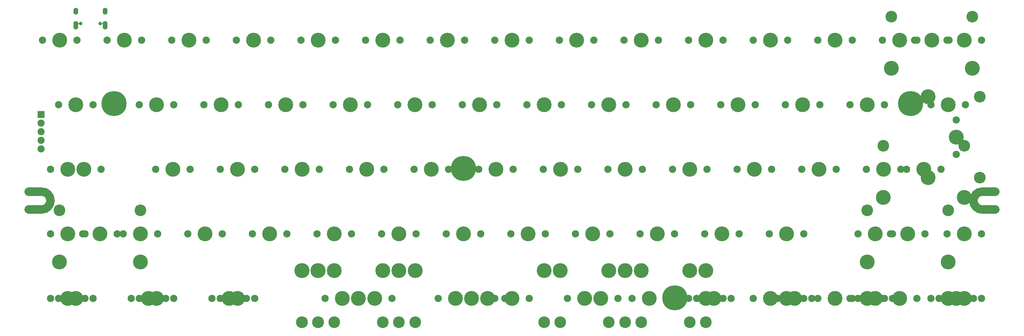
<source format=gts>
G04 #@! TF.GenerationSoftware,KiCad,Pcbnew,(6.0.2)*
G04 #@! TF.CreationDate,2023-11-18T15:25:12-05:00*
G04 #@! TF.ProjectId,60_Pcb,36305f50-6362-42e6-9b69-6361645f7063,rev?*
G04 #@! TF.SameCoordinates,PX4b4f718PY8c7ecc0*
G04 #@! TF.FileFunction,Soldermask,Top*
G04 #@! TF.FilePolarity,Negative*
%FSLAX46Y46*%
G04 Gerber Fmt 4.6, Leading zero omitted, Abs format (unit mm)*
G04 Created by KiCad (PCBNEW (6.0.2)) date 2023-11-18 15:25:12*
%MOMM*%
%LPD*%
G01*
G04 APERTURE LIST*
G04 Aperture macros list*
%AMRoundRect*
0 Rectangle with rounded corners*
0 $1 Rounding radius*
0 $2 $3 $4 $5 $6 $7 $8 $9 X,Y pos of 4 corners*
0 Add a 4 corners polygon primitive as box body*
4,1,4,$2,$3,$4,$5,$6,$7,$8,$9,$2,$3,0*
0 Add four circle primitives for the rounded corners*
1,1,$1+$1,$2,$3*
1,1,$1+$1,$4,$5*
1,1,$1+$1,$6,$7*
1,1,$1+$1,$8,$9*
0 Add four rect primitives between the rounded corners*
20,1,$1+$1,$2,$3,$4,$5,0*
20,1,$1+$1,$4,$5,$6,$7,0*
20,1,$1+$1,$6,$7,$8,$9,0*
20,1,$1+$1,$8,$9,$2,$3,0*%
G04 Aperture macros list end*
%ADD10C,2.501900*%
%ADD11C,1.400000*%
%ADD12C,7.400240*%
%ADD13C,7.401300*%
%ADD14C,3.448000*%
%ADD15C,2.150000*%
%ADD16C,4.387800*%
%ADD17RoundRect,0.200000X-0.850000X-0.850000X0.850000X-0.850000X0.850000X0.850000X-0.850000X0.850000X0*%
%ADD18O,2.100000X2.100000*%
%ADD19C,1.050000*%
%ADD20O,1.400000X2.000000*%
%ADD21O,1.400000X2.500000*%
G04 APERTURE END LIST*
D10*
X281187650Y40758450D02*
X284987650Y40758450D01*
X-12350Y40758450D02*
X3787650Y40758450D01*
X281187650Y35456550D02*
X285037650Y35456550D01*
X-12350Y35456550D02*
X3787650Y35456550D01*
X6438600Y38107500D02*
G75*
G03*
X3787650Y40758450I-2650949J1D01*
G01*
X3787650Y35456550D02*
G75*
G03*
X6438600Y38107500I1J2650949D01*
G01*
X278536700Y38107500D02*
G75*
G03*
X281187650Y35456550I2650949J-1D01*
G01*
X281187650Y40758450D02*
G75*
G03*
X278536700Y38107500I-1J-2650949D01*
G01*
X281187650Y40758450D02*
X284987650Y40758450D01*
X-12350Y40758450D02*
X3787650Y40758450D01*
X281187650Y35456550D02*
X285037650Y35456550D01*
X-12350Y35456550D02*
X3787650Y35456550D01*
X6438600Y38107500D02*
G75*
G03*
X3787650Y40758450I-2650949J1D01*
G01*
X3787650Y35456550D02*
G75*
G03*
X6438600Y38107500I1J2650949D01*
G01*
X278536700Y38107500D02*
G75*
G03*
X281187650Y35456550I2650949J-1D01*
G01*
X281187650Y40758450D02*
G75*
G03*
X278536700Y38107500I-1J-2650949D01*
G01*
D11*
X129387650Y49907500D03*
X22887650Y66707500D03*
X191687650Y7107500D03*
X191687650Y11707500D03*
X1745615Y35507500D03*
X128187650Y49907500D03*
X278587650Y38107500D03*
X189287650Y7107500D03*
X3787650Y35507500D03*
X25187650Y69007500D03*
X27487650Y66707500D03*
D12*
X190487650Y9407500D03*
D11*
X128187650Y45307500D03*
X258837650Y64407500D03*
X26813996Y65081154D03*
X26813996Y68333846D03*
X25187650Y64407500D03*
X190487650Y11707500D03*
D13*
X25187650Y66707500D03*
D11*
X5626128Y39945978D03*
X126987650Y49907500D03*
X260037650Y69007500D03*
X260037650Y64407500D03*
X129387650Y45307500D03*
X189287650Y11707500D03*
X283229685Y40707500D03*
X261237650Y64407500D03*
X279349172Y36269022D03*
X5626128Y36269022D03*
X258837650Y69007500D03*
X281187650Y40707500D03*
D12*
X128187650Y47607500D03*
D11*
X279349172Y39945978D03*
X6387650Y38107500D03*
X126987650Y45307500D03*
X23561304Y65081154D03*
X1745615Y40707500D03*
X283229685Y35507500D03*
X23561304Y68333846D03*
X261237650Y69024500D03*
X3787650Y40707500D03*
X281187650Y35507500D03*
D12*
X260037650Y66707500D03*
D11*
X190487650Y7107500D03*
D14*
X109181900Y2222500D03*
D15*
X102323900Y9207500D03*
D16*
X85305900Y17462500D03*
X97243900Y9207500D03*
D15*
X92163900Y9207500D03*
D16*
X109181900Y17462500D03*
D14*
X85305900Y2222500D03*
D15*
X21361400Y47307500D03*
X11201400Y47307500D03*
D16*
X16281400Y47307500D03*
X11518900Y47307500D03*
D15*
X16598900Y47307500D03*
X6438900Y47307500D03*
D16*
X151980900Y17462500D03*
D14*
X175856900Y2222500D03*
D16*
X175856900Y17462500D03*
D15*
X158838900Y9207500D03*
D16*
X163918900Y9207500D03*
D14*
X151980900Y2222500D03*
D15*
X168998900Y9207500D03*
X254723900Y9207500D03*
X244563900Y9207500D03*
D16*
X249643900Y9207500D03*
D15*
X278536400Y9207500D03*
X268376400Y9207500D03*
D16*
X273456400Y9207500D03*
D14*
X180581300Y2222500D03*
X80581500Y2222500D03*
D16*
X130581400Y9207500D03*
X180581300Y17462500D03*
X80581500Y17462500D03*
D15*
X135661400Y9207500D03*
X125501400Y9207500D03*
X220751400Y9207500D03*
D16*
X225831400Y9207500D03*
D15*
X230911400Y9207500D03*
D16*
X104419400Y17462500D03*
D15*
X87401400Y9207500D03*
D14*
X80543400Y2222500D03*
X104419400Y2222500D03*
D15*
X97561400Y9207500D03*
D16*
X92481400Y9207500D03*
X80543400Y17462500D03*
D15*
X130898900Y9207500D03*
D16*
X125818900Y9207500D03*
D15*
X120738900Y9207500D03*
X196938900Y9207500D03*
D16*
X202018900Y9207500D03*
D15*
X207098900Y9207500D03*
X204717650Y9207500D03*
D16*
X199637650Y9207500D03*
D15*
X194557650Y9207500D03*
D16*
X218687650Y9207500D03*
D15*
X213607650Y9207500D03*
X223767650Y9207500D03*
X251707650Y9207500D03*
D16*
X256787650Y9207500D03*
D15*
X261867650Y9207500D03*
X280917650Y9207500D03*
D16*
X275837650Y9207500D03*
D15*
X270757650Y9207500D03*
D14*
X156743400Y2222500D03*
X180619400Y2222500D03*
D16*
X180619400Y17462500D03*
D15*
X163601400Y9207500D03*
X173761400Y9207500D03*
D16*
X156743400Y17462500D03*
X168681400Y9207500D03*
X37712650Y9207500D03*
D15*
X32632650Y9207500D03*
X42792650Y9207500D03*
X66605150Y9207500D03*
X56445150Y9207500D03*
D16*
X61525150Y9207500D03*
D15*
X147567650Y9207500D03*
D16*
X199637650Y17462500D03*
D14*
X199637650Y2222500D03*
D16*
X85337650Y17462500D03*
D14*
X85337650Y2222500D03*
D16*
X142487650Y9207500D03*
D15*
X137407650Y9207500D03*
D16*
X247262650Y9207500D03*
D15*
X252342650Y9207500D03*
X242182650Y9207500D03*
D16*
X271075150Y9207500D03*
D15*
X265995150Y9207500D03*
X276155150Y9207500D03*
D14*
X90068400Y2222500D03*
D15*
X107086400Y9207500D03*
D16*
X102006400Y9207500D03*
X90068400Y17462500D03*
D15*
X96926400Y9207500D03*
D14*
X113944400Y2222500D03*
D16*
X113944400Y17462500D03*
X142487650Y9207500D03*
D15*
X147567650Y9207500D03*
X137407650Y9207500D03*
X188048900Y9207500D03*
D16*
X194906900Y17462500D03*
D14*
X194906900Y2222500D03*
D16*
X171030900Y17462500D03*
X182968900Y9207500D03*
D15*
X177888900Y9207500D03*
D14*
X171030900Y2222500D03*
D16*
X35331400Y9207500D03*
D15*
X30251400Y9207500D03*
X40411400Y9207500D03*
X64223900Y9207500D03*
D16*
X59143900Y9207500D03*
D15*
X54063900Y9207500D03*
D16*
X135343900Y9207500D03*
D15*
X130263900Y9207500D03*
X140423900Y9207500D03*
X218370150Y9207500D03*
X228530150Y9207500D03*
D16*
X223450150Y9207500D03*
D15*
X273456400Y61912500D03*
D14*
X280441400Y68770500D03*
D15*
X273456400Y51752500D03*
D16*
X265201400Y68770500D03*
X273456400Y56832500D03*
X265201400Y44894500D03*
D14*
X280441400Y44894500D03*
D15*
X32632650Y66357500D03*
X42792650Y66357500D03*
D16*
X37712650Y66357500D03*
D15*
X194557650Y85407500D03*
D16*
X199637650Y85407500D03*
D15*
X204717650Y85407500D03*
D16*
X28187650Y85407500D03*
D15*
X33267650Y85407500D03*
X23107650Y85407500D03*
D16*
X47237650Y85407500D03*
D15*
X42157650Y85407500D03*
X52317650Y85407500D03*
D16*
X66287650Y85407500D03*
D15*
X71367650Y85407500D03*
X61207650Y85407500D03*
X90417650Y85407500D03*
X80257650Y85407500D03*
D16*
X85337650Y85407500D03*
D15*
X99307650Y85407500D03*
X109467650Y85407500D03*
D16*
X104387650Y85407500D03*
X123437650Y85407500D03*
D15*
X118357650Y85407500D03*
X128517650Y85407500D03*
X137407650Y85407500D03*
X147567650Y85407500D03*
D16*
X142487650Y85407500D03*
D15*
X156457650Y85407500D03*
X166617650Y85407500D03*
D16*
X161537650Y85407500D03*
X180587650Y85407500D03*
D15*
X185667650Y85407500D03*
X175507650Y85407500D03*
D16*
X218687650Y85407500D03*
D15*
X223767650Y85407500D03*
X213607650Y85407500D03*
D16*
X237737650Y85407500D03*
D15*
X232657650Y85407500D03*
X242817650Y85407500D03*
D14*
X254374650Y92392500D03*
D15*
X261232650Y85407500D03*
D14*
X278250650Y92392500D03*
D16*
X266312650Y85407500D03*
X278250650Y77152500D03*
X254374650Y77152500D03*
D15*
X271392650Y85407500D03*
X270757650Y85407500D03*
D16*
X275837650Y85407500D03*
D15*
X280917650Y85407500D03*
X251707650Y85407500D03*
D16*
X256787650Y85407500D03*
D15*
X261867650Y85407500D03*
X14217650Y85407500D03*
X4057650Y85407500D03*
D16*
X9137650Y85407500D03*
X232975150Y47307500D03*
D15*
X238055150Y47307500D03*
X227895150Y47307500D03*
D16*
X213925150Y47307500D03*
D15*
X219005150Y47307500D03*
X208845150Y47307500D03*
X47555150Y47307500D03*
X37395150Y47307500D03*
D16*
X42475150Y47307500D03*
D15*
X75495150Y47307500D03*
D16*
X80575150Y47307500D03*
D15*
X85655150Y47307500D03*
D14*
X251993400Y54292500D03*
X275869400Y54292500D03*
D16*
X251993400Y39052500D03*
X263931400Y47307500D03*
X275869400Y39052500D03*
D15*
X258851400Y47307500D03*
X269011400Y47307500D03*
D16*
X99625150Y47307500D03*
D15*
X94545150Y47307500D03*
X104705150Y47307500D03*
D16*
X118675150Y47307500D03*
D15*
X123755150Y47307500D03*
X113595150Y47307500D03*
D16*
X137725150Y47307500D03*
D15*
X132645150Y47307500D03*
X142805150Y47307500D03*
D16*
X252025150Y47307500D03*
D15*
X246945150Y47307500D03*
X257105150Y47307500D03*
X151695150Y47307500D03*
D16*
X156775150Y47307500D03*
D15*
X161855150Y47307500D03*
D16*
X175825150Y47307500D03*
D15*
X170745150Y47307500D03*
X180905150Y47307500D03*
X189795150Y47307500D03*
X199955150Y47307500D03*
D16*
X194875150Y47307500D03*
D15*
X56445150Y47307500D03*
D16*
X61525150Y47307500D03*
D15*
X66605150Y47307500D03*
X80892650Y66357500D03*
D16*
X75812650Y66357500D03*
D15*
X70732650Y66357500D03*
X176142650Y66357500D03*
X165982650Y66357500D03*
D16*
X171062650Y66357500D03*
X190112650Y66357500D03*
D15*
X185032650Y66357500D03*
X195192650Y66357500D03*
D16*
X209162650Y66357500D03*
D15*
X204082650Y66357500D03*
X214242650Y66357500D03*
D16*
X94862650Y66357500D03*
D15*
X89782650Y66357500D03*
X99942650Y66357500D03*
X118992650Y66357500D03*
X108832650Y66357500D03*
D16*
X113912650Y66357500D03*
D15*
X18980150Y66357500D03*
X8820150Y66357500D03*
D16*
X13900150Y66357500D03*
D15*
X157092650Y66357500D03*
X146932650Y66357500D03*
D16*
X152012650Y66357500D03*
D15*
X61842650Y66357500D03*
D16*
X56762650Y66357500D03*
D15*
X51682650Y66357500D03*
X127882650Y66357500D03*
X138042650Y66357500D03*
D16*
X132962650Y66357500D03*
D15*
X223132650Y66357500D03*
D16*
X228212650Y66357500D03*
D15*
X233292650Y66357500D03*
X276155150Y66357500D03*
X265995150Y66357500D03*
D16*
X271075150Y66357500D03*
D15*
X242182650Y66357500D03*
X252342650Y66357500D03*
D16*
X247262650Y66357500D03*
D15*
X180270150Y28257500D03*
D16*
X185350150Y28257500D03*
D15*
X190430150Y28257500D03*
D16*
X204400150Y28257500D03*
D15*
X209480150Y28257500D03*
X199320150Y28257500D03*
X228530150Y28257500D03*
D16*
X223450150Y28257500D03*
D15*
X218370150Y28257500D03*
X133280150Y28257500D03*
D16*
X128200150Y28257500D03*
D15*
X123120150Y28257500D03*
D16*
X90100150Y28257500D03*
D15*
X95180150Y28257500D03*
X85020150Y28257500D03*
X280917650Y28257500D03*
D16*
X275837650Y28257500D03*
D15*
X270757650Y28257500D03*
D16*
X32950150Y28257500D03*
D15*
X38030150Y28257500D03*
X27870150Y28257500D03*
D14*
X9105900Y35242500D03*
D15*
X26123900Y28257500D03*
D16*
X32981900Y20002500D03*
X9105900Y20002500D03*
X21043900Y28257500D03*
D14*
X32981900Y35242500D03*
D15*
X15963900Y28257500D03*
X16598900Y28257500D03*
D16*
X11518900Y28257500D03*
D15*
X6438900Y28257500D03*
X171380150Y28257500D03*
D16*
X166300150Y28257500D03*
D15*
X161220150Y28257500D03*
X152330150Y28257500D03*
X142170150Y28257500D03*
D16*
X147250150Y28257500D03*
D14*
X271106900Y35242500D03*
D15*
X264248900Y28257500D03*
D16*
X271106900Y20002500D03*
X247230900Y20002500D03*
D15*
X254088900Y28257500D03*
D16*
X259168900Y28257500D03*
D14*
X247230900Y35242500D03*
D16*
X249643900Y28257500D03*
D15*
X244563900Y28257500D03*
X254723900Y28257500D03*
X114230150Y28257500D03*
X104070150Y28257500D03*
D16*
X109150150Y28257500D03*
D15*
X76130150Y28257500D03*
D16*
X71050150Y28257500D03*
D15*
X65970150Y28257500D03*
X46920150Y28257500D03*
D16*
X52000150Y28257500D03*
D15*
X57080150Y28257500D03*
X232657650Y9207500D03*
D16*
X237737650Y9207500D03*
D15*
X242817650Y9207500D03*
X6438900Y9207500D03*
X16598900Y9207500D03*
D16*
X11518900Y9207500D03*
D15*
X8820150Y9207500D03*
D16*
X13900150Y9207500D03*
D15*
X18980150Y9207500D03*
D17*
X3631400Y63520000D03*
D18*
X3631400Y60980000D03*
X3631400Y58440000D03*
X3631400Y55900000D03*
X3631400Y53360000D03*
D19*
X15323400Y90320800D03*
X21103400Y90320800D03*
D20*
X13893400Y93970800D03*
D21*
X22533400Y89790800D03*
X13893400Y89790800D03*
D20*
X22533400Y93970800D03*
G36*
X277904835Y38234965D02*
G01*
X277905314Y38233385D01*
X277889703Y38114809D01*
X277908107Y37948113D01*
X277958706Y37809841D01*
X277958362Y37807871D01*
X277956484Y37807184D01*
X277955096Y37808154D01*
X277947065Y37822065D01*
X277946895Y37822447D01*
X277938849Y37847210D01*
X277899587Y37904628D01*
X277835792Y37931588D01*
X277767522Y37919774D01*
X277719944Y37878097D01*
X277717982Y37877708D01*
X277716664Y37879212D01*
X277716963Y37880712D01*
X277767635Y37956549D01*
X277894448Y38213700D01*
X277901437Y38234289D01*
X277902941Y38235608D01*
X277904835Y38234965D01*
G37*
G36*
X278049678Y38829385D02*
G01*
X278050519Y38828159D01*
X278065564Y38760926D01*
X278114827Y38712246D01*
X278182600Y38697924D01*
X278223773Y38713088D01*
X278225744Y38712748D01*
X278226291Y38712025D01*
X278227007Y38710418D01*
X278294405Y38740427D01*
X278296394Y38740218D01*
X278297207Y38738391D01*
X278296135Y38736823D01*
X278195326Y38684791D01*
X278068945Y38574542D01*
X277976357Y38442803D01*
X277974543Y38441961D01*
X277972907Y38443111D01*
X277972827Y38444596D01*
X277986608Y38485194D01*
X278042544Y38766401D01*
X278046571Y38827853D01*
X278047682Y38829516D01*
X278049678Y38829385D01*
G37*
G36*
X124616322Y46667032D02*
G01*
X124669689Y46467864D01*
X124669171Y46465932D01*
X124667239Y46465414D01*
X124666149Y46466157D01*
X124629102Y46516289D01*
X124564361Y46540895D01*
X124496405Y46526552D01*
X124480374Y46515732D01*
X124478379Y46515592D01*
X124477260Y46517250D01*
X124477976Y46518928D01*
X124513870Y46548780D01*
X124612852Y46667793D01*
X124614729Y46668485D01*
X124616322Y46667032D01*
G37*
G36*
X131769582Y46695013D02*
G01*
X131769801Y46694753D01*
X131829238Y46610651D01*
X131915389Y46526727D01*
X131915931Y46524802D01*
X131914536Y46523369D01*
X131913058Y46523526D01*
X131852967Y46555324D01*
X131783955Y46549479D01*
X131728934Y46507156D01*
X131713307Y46478236D01*
X131710606Y46471090D01*
X131709058Y46469823D01*
X131707187Y46470530D01*
X131706803Y46472315D01*
X131766236Y46694117D01*
X131767650Y46695531D01*
X131769582Y46695013D01*
G37*
G36*
X131811098Y48363103D02*
G01*
X131813975Y48351980D01*
X131814016Y48351782D01*
X131827237Y48265387D01*
X131856704Y48202379D01*
X131915303Y48165464D01*
X131984733Y48166092D01*
X132010897Y48177641D01*
X132012886Y48177425D01*
X132013693Y48175596D01*
X132013024Y48174307D01*
X131866829Y48046097D01*
X131861697Y48039587D01*
X131859839Y48038846D01*
X131858268Y48040084D01*
X131858151Y48040512D01*
X131807187Y48362289D01*
X131807903Y48364156D01*
X131809879Y48364469D01*
X131811098Y48363103D01*
G37*
G36*
X124568546Y48370345D02*
G01*
X124569114Y48368610D01*
X124520176Y48059623D01*
X124518918Y48058069D01*
X124516843Y48058467D01*
X124408342Y48158765D01*
X124362639Y48187602D01*
X124361708Y48189372D01*
X124362775Y48191063D01*
X124364253Y48191217D01*
X124429639Y48172607D01*
X124495926Y48192673D01*
X124540948Y48245513D01*
X124550153Y48276620D01*
X124563904Y48364434D01*
X124563945Y48364633D01*
X124565204Y48369431D01*
X124566611Y48370852D01*
X124568546Y48370345D01*
G37*
G36*
X274220578Y54781065D02*
G01*
X274221197Y54779069D01*
X274173566Y54591524D01*
X274172185Y54577805D01*
X274171016Y54576181D01*
X274169027Y54576382D01*
X274168229Y54577640D01*
X274155531Y54646059D01*
X274108084Y54696512D01*
X274040680Y54713358D01*
X274024719Y54711457D01*
X274022881Y54712245D01*
X274022645Y54714231D01*
X274023840Y54715337D01*
X274218616Y54781455D01*
X274220578Y54781065D01*
G37*
G36*
X275544037Y56168747D02*
G01*
X275544531Y56167345D01*
X275541662Y56098512D01*
X275576647Y56038740D01*
X275638551Y56007290D01*
X275667818Y56005394D01*
X275707397Y56007572D01*
X275709181Y56006669D01*
X275709291Y56004672D01*
X275707777Y56003593D01*
X275511375Y55976864D01*
X275471092Y55965122D01*
X275469149Y55965597D01*
X275468589Y55967517D01*
X275468738Y55967927D01*
X275481448Y55993700D01*
X275540639Y56168071D01*
X275542143Y56169390D01*
X275544037Y56168747D01*
G37*
G36*
X263706720Y67172165D02*
G01*
X263867061Y67031550D01*
X263923267Y66993995D01*
X263924152Y66992201D01*
X263923041Y66990538D01*
X263921558Y66990423D01*
X263855812Y67011009D01*
X263789022Y66992685D01*
X263742715Y66941133D01*
X263730790Y66881640D01*
X263734956Y66799401D01*
X263734045Y66797621D01*
X263732048Y66797520D01*
X263730962Y66799195D01*
X263715508Y67094060D01*
X263703426Y67170348D01*
X263704142Y67172215D01*
X263706118Y67172528D01*
X263706720Y67172165D01*
G37*
G36*
X263053282Y69185603D02*
G01*
X263053610Y69184060D01*
X263028256Y69056599D01*
X263018048Y68900841D01*
X263016937Y68899178D01*
X263014941Y68899309D01*
X263014498Y68899713D01*
X262814946Y69146139D01*
X262814633Y69148115D01*
X262816187Y69149373D01*
X262817951Y69148775D01*
X262840114Y69125419D01*
X262900270Y69090498D01*
X262969457Y69093628D01*
X263026012Y69133698D01*
X263049832Y69185288D01*
X263051466Y69186442D01*
X263053282Y69185603D01*
G37*
G36*
X21850579Y90467880D02*
G01*
X21851019Y90466347D01*
X21835437Y90347993D01*
X21835400Y90340790D01*
X21835400Y90095728D01*
X21834400Y90093996D01*
X21832400Y90093996D01*
X21831481Y90095165D01*
X21811804Y90162180D01*
X21759461Y90207535D01*
X21690908Y90217392D01*
X21627861Y90188599D01*
X21595137Y90142713D01*
X21593317Y90141883D01*
X21591689Y90143044D01*
X21591661Y90144639D01*
X21608562Y90185442D01*
X21626383Y90320800D01*
X21609479Y90449193D01*
X21610244Y90451041D01*
X21612227Y90451302D01*
X21613058Y90450659D01*
X21654194Y90396195D01*
X21719191Y90372270D01*
X21786801Y90387282D01*
X21835676Y90436576D01*
X21847163Y90467308D01*
X21848706Y90468581D01*
X21850579Y90467880D01*
G37*
G36*
X14576494Y90496807D02*
G01*
X14578248Y90491596D01*
X14578340Y90491174D01*
X14578698Y90487884D01*
X14605388Y90423650D01*
X14662323Y90384214D01*
X14731540Y90381818D01*
X14791152Y90417278D01*
X14814080Y90453835D01*
X14815847Y90454771D01*
X14817541Y90453708D01*
X14817757Y90452511D01*
X14800417Y90320800D01*
X14818238Y90185442D01*
X14836272Y90141904D01*
X14836011Y90139921D01*
X14834163Y90139156D01*
X14832816Y90139950D01*
X14792667Y90194279D01*
X14727926Y90218885D01*
X14660160Y90204582D01*
X14610861Y90155888D01*
X14595336Y90095839D01*
X14593935Y90094413D01*
X14591998Y90094913D01*
X14591400Y90096340D01*
X14591400Y90340676D01*
X14572612Y90495929D01*
X14573397Y90497768D01*
X14575383Y90498009D01*
X14576494Y90496807D01*
G37*
M02*

</source>
